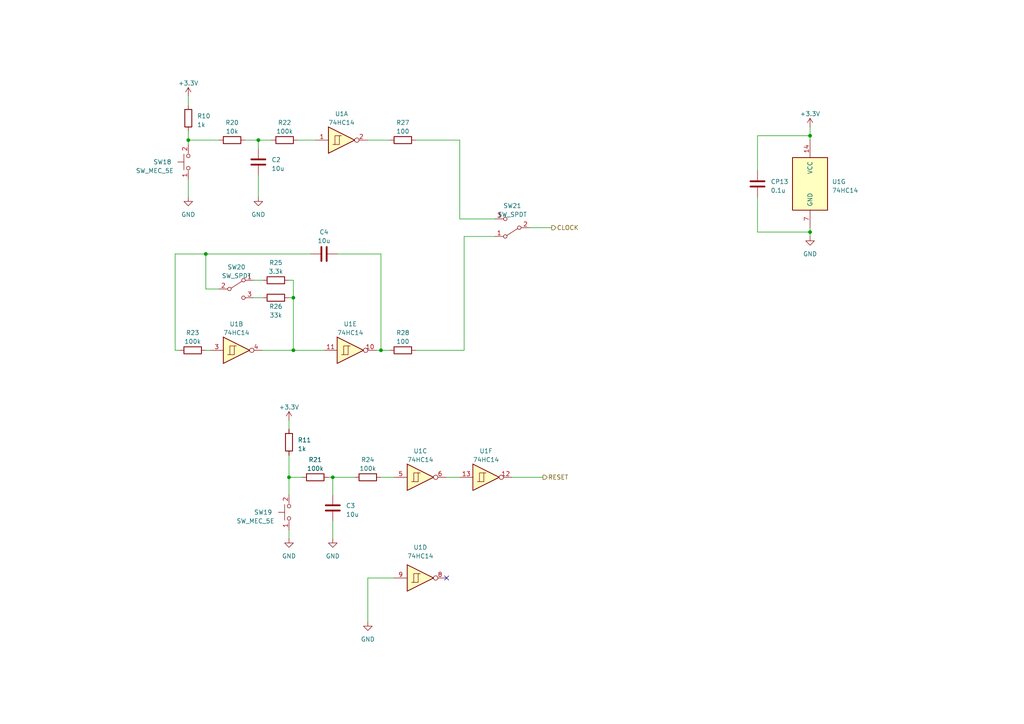
<source format=kicad_sch>
(kicad_sch (version 20230121) (generator eeschema)
  (paper "A4")
  (lib_symbols
    (symbol "74xx:74HC14" (pin_names (offset 1.016))
      (property "Reference" "U" (at 0 1.27 0))
      (property "Value" "74HC14" (at 0 -1.27 0))
      (symbol "74HC14_1_0"
        (polyline (pts (xy -3.81 3.81) (xy -3.81 -3.81) (xy 3.81 0) (xy -3.81 3.81)) (stroke (width 0.254)) (fill (type background)))
        (pin input line (at -7.62 0 0) (length 3.81) (name "~") (number "1"))
        (pin output inverted (at 7.62 0 180) (length 3.81) (name "~") (number "2"))
      )
      (symbol "74HC14_1_1"
        (polyline (pts (xy -1.905 -1.27) (xy -1.905 1.27) (xy -0.635 1.27)))
        (polyline (pts (xy -2.54 -1.27) (xy -0.635 -1.27) (xy -0.635 1.27) (xy 0 1.27)))
      )
      (symbol "74HC14_2_0"
        (polyline (pts (xy -3.81 3.81) (xy -3.81 -3.81) (xy 3.81 0) (xy -3.81 3.81)) (stroke (width 0.254)) (fill (type background)))
        (pin input line (at -7.62 0 0) (length 3.81) (name "~") (number "3"))
        (pin output inverted (at 7.62 0 180) (length 3.81) (name "~") (number "4"))
      )
      (symbol "74HC14_2_1"
        (polyline (pts (xy -1.905 -1.27) (xy -1.905 1.27) (xy -0.635 1.27)))
        (polyline (pts (xy -2.54 -1.27) (xy -0.635 -1.27) (xy -0.635 1.27) (xy 0 1.27)))
      )
      (symbol "74HC14_3_0"
        (polyline (pts (xy -3.81 3.81) (xy -3.81 -3.81) (xy 3.81 0) (xy -3.81 3.81)) (stroke (width 0.254)) (fill (type background)))
        (pin input line (at -7.62 0 0) (length 3.81) (name "~") (number "5"))
        (pin output inverted (at 7.62 0 180) (length 3.81) (name "~") (number "6"))
      )
      (symbol "74HC14_3_1"
        (polyline (pts (xy -1.905 -1.27) (xy -1.905 1.27) (xy -0.635 1.27)))
        (polyline (pts (xy -2.54 -1.27) (xy -0.635 -1.27) (xy -0.635 1.27) (xy 0 1.27)))
      )
      (symbol "74HC14_4_0"
        (polyline (pts (xy -3.81 3.81) (xy -3.81 -3.81) (xy 3.81 0) (xy -3.81 3.81)) (stroke (width 0.254)) (fill (type background)))
        (pin output inverted (at 7.62 0 180) (length 3.81) (name "~") (number "8"))
        (pin input line (at -7.62 0 0) (length 3.81) (name "~") (number "9"))
      )
      (symbol "74HC14_4_1"
        (polyline (pts (xy -1.905 -1.27) (xy -1.905 1.27) (xy -0.635 1.27)))
        (polyline (pts (xy -2.54 -1.27) (xy -0.635 -1.27) (xy -0.635 1.27) (xy 0 1.27)))
      )
      (symbol "74HC14_5_0"
        (polyline (pts (xy -3.81 3.81) (xy -3.81 -3.81) (xy 3.81 0) (xy -3.81 3.81)) (stroke (width 0.254)) (fill (type background)))
        (pin output inverted (at 7.62 0 180) (length 3.81) (name "~") (number "10"))
        (pin input line (at -7.62 0 0) (length 3.81) (name "~") (number "11"))
      )
      (symbol "74HC14_5_1"
        (polyline (pts (xy -1.905 -1.27) (xy -1.905 1.27) (xy -0.635 1.27)))
        (polyline (pts (xy -2.54 -1.27) (xy -0.635 -1.27) (xy -0.635 1.27) (xy 0 1.27)))
      )
      (symbol "74HC14_6_0"
        (polyline (pts (xy -3.81 3.81) (xy -3.81 -3.81) (xy 3.81 0) (xy -3.81 3.81)) (stroke (width 0.254)) (fill (type background)))
        (pin output inverted (at 7.62 0 180) (length 3.81) (name "~") (number "12"))
        (pin input line (at -7.62 0 0) (length 3.81) (name "~") (number "13"))
      )
      (symbol "74HC14_6_1"
        (polyline (pts (xy -1.905 -1.27) (xy -1.905 1.27) (xy -0.635 1.27)))
        (polyline (pts (xy -2.54 -1.27) (xy -0.635 -1.27) (xy -0.635 1.27) (xy 0 1.27)))
      )
      (symbol "74HC14_7_0"
        (pin power_in line (at 0 12.7 270) (length 5.08) (name "VCC") (number "14"))
        (pin power_in line (at 0 -12.7 90) (length 5.08) (name "GND") (number "7"))
      )
      (symbol "74HC14_7_1"
        (rectangle (start -5.08 7.62) (end 5.08 -7.62) (stroke (width 0.254)) (fill (type background)))
      )
    )
    (symbol "Device:C" (pin_numbers hide) (pin_names (offset 0.254))
      (property "Reference" "C" (at 0.635 2.54 0))
      (property "Value" "C" (at 0.635 -2.54 0))
      (symbol "C_0_1"
        (polyline (pts (xy -2.032 -0.762) (xy 2.032 -0.762)) (stroke (width 0.508)))
        (polyline (pts (xy -2.032 0.762) (xy 2.032 0.762)) (stroke (width 0.508)))
      )
      (symbol "C_1_1"
        (pin passive line (at 0 3.81 270) (length 2.794) (name "~") (number "1"))
        (pin passive line (at 0 -3.81 90) (length 2.794) (name "~") (number "2"))
      )
    )
    (symbol "Device:R" (pin_numbers hide) (pin_names (offset 0))
      (property "Reference" "R" (at 2.032 0 90))
      (property "Value" "R" (at 0 0 90))
      (symbol "R_0_1"
        (rectangle (start -1.016 -2.54) (end 1.016 2.54) (stroke (width 0.254)))
      )
      (symbol "R_1_1"
        (pin passive line (at 0 3.81 270) (length 1.27) (name "~") (number "1"))
        (pin passive line (at 0 -3.81 90) (length 1.27) (name "~") (number "2"))
      )
    )
    (symbol "SW_MEC_5E_1" (pin_names (offset 1.016) hide)
      (property "Reference" "SW18" (at -12.7 1.27 90))
      (property "Value" "SW_MEC_5E" (at -17.78 -1.27 90))
      (symbol "SW_MEC_5E_1_0_1"
        (circle (center -1.778 2.54) (radius 0.508))
        (polyline (pts (xy -2.286 3.81) (xy 2.286 3.81)))
        (polyline (pts (xy 0 3.81) (xy 0 5.588)))
        (circle (center 1.778 2.54) (radius 0.508))
        (pin passive line (at -5.08 2.54 0) (length 2.54) (name "1") (number "1"))
      )
      (symbol "SW_MEC_5E_1_1_1"
        (pin passive line (at 5.08 2.54 180) (length 2.54) (name "A") (number "2"))
      )
    )
    (symbol "Switch:SW_SPDT" (pin_names (offset 0) hide)
      (property "Reference" "SW" (at 0 4.318 0))
      (property "Value" "SW_SPDT" (at 0 -5.08 0))
      (symbol "SW_SPDT_0_0"
        (circle (center -2.032 0) (radius 0.508))
        (circle (center 2.032 -2.54) (radius 0.508))
      )
      (symbol "SW_SPDT_0_1"
        (polyline (pts (xy -1.524 0.254) (xy 1.651 2.286)))
        (circle (center 2.032 2.54) (radius 0.508))
      )
      (symbol "SW_SPDT_1_1"
        (pin passive line (at 5.08 2.54 180) (length 2.54) (name "A") (number "1"))
        (pin passive line (at -5.08 0 0) (length 2.54) (name "B") (number "2"))
        (pin passive line (at 5.08 -2.54 180) (length 2.54) (name "C") (number "3"))
      )
    )
    (symbol "power:+3.3V" (power) (pin_names (offset 0))
      (property "Value" "+3.3V" (at 0 3.556 0))
      (symbol "+3.3V_0_1"
        (polyline (pts (xy -0.762 1.27) (xy 0 2.54)))
        (polyline (pts (xy 0 0) (xy 0 2.54)))
        (polyline (pts (xy 0 2.54) (xy 0.762 1.27)))
      )
      (symbol "+3.3V_1_1"
        (pin power_in line (at 0 0 90) (length 0) hide (name "+3.3V") (number "1"))
      )
    )
    (symbol "power:GND" (power) (pin_names (offset 0))
      (property "Value" "GND" (at 0 -3.81 0))
      (symbol "GND_0_1"
        (polyline (pts (xy 0 0) (xy 0 -1.27) (xy 1.27 -1.27) (xy 0 -2.54) (xy -1.27 -1.27) (xy 0 -1.27)))
      )
      (symbol "GND_1_1"
        (pin power_in line (at 0 0 270) (length 0) hide (name "GND") (number "1"))
      )
    )
  )
  (junction (at 234.95 39.37))
  (junction (at 59.69 73.66))
  (junction (at 96.52 138.43))
  (junction (at 110.49 101.6))
  (junction (at 74.93 40.64))
  (junction (at 85.09 86.36))
  (junction (at 234.95 67.31))
  (junction (at 85.09 101.6))
  (junction (at 54.61 40.64))
  (junction (at 83.82 138.43))
  (no_connect (at 129.54 167.64))
  (wire (pts (xy 234.95 66.04) (xy 234.95 67.31)))
  (wire (pts (xy 50.8 73.66) (xy 50.8 101.6)))
  (wire (pts (xy 133.35 63.5) (xy 143.51 63.5)))
  (wire (pts (xy 106.68 40.64) (xy 113.03 40.64)))
  (wire (pts (xy 54.61 52.07) (xy 54.61 57.15)))
  (wire (pts (xy 153.67 66.04) (xy 160.02 66.04)))
  (wire (pts (xy 110.49 138.43) (xy 114.3 138.43)))
  (wire (pts (xy 86.36 40.64) (xy 91.44 40.64)))
  (wire (pts (xy 133.35 40.64) (xy 133.35 63.5)))
  (wire (pts (xy 74.93 40.64) (xy 78.74 40.64)))
  (wire (pts (xy 59.69 83.82) (xy 59.69 73.66)))
  (wire (pts (xy 106.68 180.34) (xy 106.68 167.64)))
  (wire (pts (xy 219.71 57.15) (xy 219.71 67.31)))
  (wire (pts (xy 234.95 39.37) (xy 234.95 40.64)))
  (wire (pts (xy 120.65 40.64) (xy 133.35 40.64)))
  (wire (pts (xy 73.66 86.36) (xy 76.2 86.36)))
  (wire (pts (xy 90.17 73.66) (xy 59.69 73.66)))
  (wire (pts (xy 87.63 138.43) (xy 83.82 138.43)))
  (wire (pts (xy 134.62 101.6) (xy 134.62 68.58)))
  (wire (pts (xy 120.65 101.6) (xy 134.62 101.6)))
  (wire (pts (xy 54.61 38.1) (xy 54.61 40.64)))
  (wire (pts (xy 74.93 50.8) (xy 74.93 57.15)))
  (wire (pts (xy 74.93 40.64) (xy 74.93 43.18)))
  (wire (pts (xy 96.52 143.51) (xy 96.52 138.43)))
  (wire (pts (xy 83.82 153.67) (xy 83.82 156.21)))
  (wire (pts (xy 95.25 138.43) (xy 96.52 138.43)))
  (wire (pts (xy 52.07 101.6) (xy 50.8 101.6)))
  (wire (pts (xy 106.68 167.64) (xy 114.3 167.64)))
  (wire (pts (xy 71.12 40.64) (xy 74.93 40.64)))
  (wire (pts (xy 134.62 68.58) (xy 143.51 68.58)))
  (wire (pts (xy 73.66 81.28) (xy 76.2 81.28)))
  (wire (pts (xy 219.71 39.37) (xy 234.95 39.37)))
  (wire (pts (xy 76.2 101.6) (xy 85.09 101.6)))
  (wire (pts (xy 54.61 27.94) (xy 54.61 30.48)))
  (wire (pts (xy 96.52 151.13) (xy 96.52 156.21)))
  (wire (pts (xy 109.22 101.6) (xy 110.49 101.6)))
  (wire (pts (xy 63.5 83.82) (xy 59.69 83.82)))
  (wire (pts (xy 110.49 101.6) (xy 113.03 101.6)))
  (wire (pts (xy 59.69 73.66) (xy 50.8 73.66)))
  (wire (pts (xy 234.95 67.31) (xy 234.95 68.58)))
  (wire (pts (xy 129.54 138.43) (xy 133.35 138.43)))
  (wire (pts (xy 148.59 138.43) (xy 157.48 138.43)))
  (wire (pts (xy 97.79 73.66) (xy 110.49 73.66)))
  (wire (pts (xy 219.71 49.53) (xy 219.71 39.37)))
  (wire (pts (xy 54.61 40.64) (xy 63.5 40.64)))
  (wire (pts (xy 54.61 40.64) (xy 54.61 41.91)))
  (wire (pts (xy 219.71 67.31) (xy 234.95 67.31)))
  (wire (pts (xy 85.09 81.28) (xy 85.09 86.36)))
  (wire (pts (xy 59.69 101.6) (xy 60.96 101.6)))
  (wire (pts (xy 83.82 132.08) (xy 83.82 138.43)))
  (wire (pts (xy 85.09 86.36) (xy 85.09 101.6)))
  (wire (pts (xy 110.49 73.66) (xy 110.49 101.6)))
  (wire (pts (xy 83.82 121.92) (xy 83.82 124.46)))
  (wire (pts (xy 96.52 138.43) (xy 102.87 138.43)))
  (wire (pts (xy 234.95 36.83) (xy 234.95 39.37)))
  (wire (pts (xy 83.82 86.36) (xy 85.09 86.36)))
  (wire (pts (xy 83.82 81.28) (xy 85.09 81.28)))
  (wire (pts (xy 83.82 138.43) (xy 83.82 143.51)))
  (wire (pts (xy 85.09 101.6) (xy 93.98 101.6)))
  (hierarchical_label "RESET" (shape output) (at 157.48 138.43 0))
  (hierarchical_label "CLOCK" (shape output) (at 160.02 66.04 0))
  (symbol (lib_id "power:GND") (at 74.93 57.15 0) (unit 1)
    (property "Reference" "#PWR04" (effects hide))
    (property "Value" "GND" (at 74.93 62.23 0))
    (instances (project "td4" (path "" (reference "#PWR04") (unit 1)) (path "" (reference "#PWR012") (unit 1))))
  )
  (symbol (lib_id "Device:R") (at 54.61 34.29 0) (unit 1)
    (property "Reference" "R10" (at 57.15 33.655 0) (effects (justify left)))
    (property "Value" "1k" (at 57.15 36.195 0) (effects (justify left)))
    (property "Footprint" "Resistor_THT:R_Axial_DIN0207_L6.3mm_D2.5mm_P10.16mm_Horizontal" (effects hide))
  )
  (symbol (lib_id "Switch:SW_SPDT") (at 68.58 83.82 0) (unit 1)
    (property "Reference" "SW20" (at 68.58 77.47 0))
    (property "Value" "SW_SPDT" (at 68.58 80.01 0))
    (property "Footprint" "Switch:Toggle_Switch" (effects hide))
  )
  (symbol (lib_id "Device:R") (at 91.44 138.43 90) (unit 1)
    (property "Reference" "R21" (at 91.44 133.35 90))
    (property "Value" "100k" (at 91.44 135.89 90))
    (property "Footprint" "Resistor_THT:R_Axial_DIN0207_L6.3mm_D2.5mm_P10.16mm_Horizontal" (effects hide))
  )
  (symbol (lib_id "power:GND") (at 234.95 68.58 0) (unit 1)
    (property "Reference" "#PWR03" (effects hide))
    (property "Value" "GND" (at 234.95 73.66 0))
    (instances (project "td4" (path "" (reference "#PWR03") (unit 1)) (path "" (reference "#PWR018") (unit 1))))
  )
  (symbol (lib_id "74xx:74HC14") (at 68.58 101.6 0) (unit 2)
    (property "Reference" "U1" (at 68.58 93.98 0))
    (property "Value" "74HC14" (at 68.58 96.52 0))
    (property "Footprint" "Package_DIP:DIP-14_W7.62mm" (effects hide))
    (property "Datasheet" "http://www.ti.com/lit/gpn/sn74HC14" (effects hide))
    (instances (project "td4" (path "" (reference "U1") (unit 2)) (path "" (reference "U13") (unit 2))))
  )
  (symbol (lib_id "power:+3.3V") (at 54.61 27.94 0) (unit 1)
    (property "Reference" "#PWR03" (effects hide))
    (property "Value" "+3.3V" (at 54.61 24.13 0))
  )
  (symbol (lib_id "74xx:74HC14") (at 140.97 138.43 0) (unit 6)
    (property "Reference" "U1" (at 140.97 130.81 0))
    (property "Value" "74HC14" (at 140.97 133.35 0))
    (property "Footprint" "Package_DIP:DIP-14_W7.62mm" (effects hide))
    (property "Datasheet" "http://www.ti.com/lit/gpn/sn74HC14" (effects hide))
    (instances (project "td4" (path "" (reference "U1") (unit 6)) (path "" (reference "U13") (unit 6))))
  )
  (symbol (lib_id "Device:R") (at 116.84 101.6 90) (unit 1)
    (property "Reference" "R28" (at 116.84 96.52 90))
    (property "Value" "100" (at 116.84 99.06 90))
    (property "Footprint" "Resistor_THT:R_Axial_DIN0207_L6.3mm_D2.5mm_P10.16mm_Horizontal" (effects hide))
  )
  (symbol (lib_id "Device:R") (at 80.01 86.36 90) (unit 1)
    (property "Reference" "R26" (at 80.01 88.9 90))
    (property "Value" "33k" (at 80.01 91.44 90))
    (property "Footprint" "Resistor_THT:R_Axial_DIN0207_L6.3mm_D2.5mm_P10.16mm_Horizontal" (effects hide))
  )
  (symbol (lib_id "74xx:74HC14") (at 121.92 167.64 0) (unit 4)
    (property "Reference" "U1" (at 121.92 158.75 0))
    (property "Value" "74HC14" (at 121.92 161.29 0))
    (property "Footprint" "Package_DIP:DIP-14_W7.62mm" (effects hide))
    (property "Datasheet" "http://www.ti.com/lit/gpn/sn74HC14" (effects hide))
    (instances (project "td4" (path "" (reference "U1") (unit 4)) (path "" (reference "U13") (unit 4))))
  )
  (symbol (lib_id "power:GND") (at 83.82 156.21 0) (unit 1)
    (property "Reference" "#PWR01" (effects hide))
    (property "Value" "GND" (at 83.82 161.29 0))
    (instances (project "td4" (path "" (reference "#PWR01") (unit 1)) (path "" (reference "#PWR014") (unit 1))))
  )
  (symbol (lib_id "Device:R") (at 55.88 101.6 90) (unit 1)
    (property "Reference" "R23" (at 55.88 96.52 90))
    (property "Value" "100k" (at 55.88 99.06 90))
    (property "Footprint" "Resistor_THT:R_Axial_DIN0207_L6.3mm_D2.5mm_P10.16mm_Horizontal" (effects hide))
  )
  (symbol (lib_id "Device:R") (at 83.82 128.27 0) (unit 1)
    (property "Reference" "R11" (at 86.36 127.635 0) (effects (justify left)))
    (property "Value" "1k" (at 86.36 130.175 0) (effects (justify left)))
    (property "Footprint" "Resistor_THT:R_Axial_DIN0207_L6.3mm_D2.5mm_P10.16mm_Horizontal" (effects hide))
  )
  (symbol (lib_id "Device:C") (at 219.71 53.34 0) (unit 1)
    (property "Reference" "CP13" (at 223.52 52.705 0) (effects (justify left)))
    (property "Value" "0.1u" (at 223.52 55.245 0) (effects (justify left)))
    (property "Footprint" "Capacitor_THT:C_Disc_D3.0mm_W1.6mm_P2.50mm" (effects hide))
  )
  (symbol (lib_id "74xx:74HC14") (at 234.95 53.34 0) (unit 7)
    (property "Reference" "U1" (at 241.3 52.705 0) (effects (justify left)))
    (property "Value" "74HC14" (at 241.3 55.245 0) (effects (justify left)))
    (property "Footprint" "Package_DIP:DIP-14_W7.62mm" (effects hide))
    (property "Datasheet" "http://www.ti.com/lit/gpn/sn74HC14" (effects hide))
    (instances (project "td4" (path "" (reference "U1") (unit 7)) (path "" (reference "U13") (unit 7))))
  )
  (symbol (lib_id "power:GND") (at 106.68 180.34 0) (unit 1)
    (property "Reference" "#PWR06" (effects hide))
    (property "Value" "GND" (at 106.68 185.42 0))
    (instances (project "td4" (path "" (reference "#PWR06") (unit 1)) (path "" (reference "#PWR016") (unit 1))))
  )
  (symbol (lib_name "SW_MEC_5E_1") (lib_id "Switch:SW_MEC_5E") (at 57.15 46.99 90) (unit 1)
    (property "Reference" "SW18" (at 44.45 46.99 90) (effects (justify right)))
    (property "Value" "SW_MEC_5E" (at 39.37 49.53 90) (effects (justify right)))
    (property "Footprint" "Button_Switch_THT:SW_Tactile_Straight_KSL0Axx1LFTR" (effects hide))
    (property "Datasheet" "http://www.apem.com/int/index.php?controller=attachment&id_attachment=1371" (effects hide))
  )
  (symbol (lib_id "74xx:74HC14") (at 101.6 101.6 0) (unit 5)
    (property "Reference" "U1" (at 101.6 93.98 0))
    (property "Value" "74HC14" (at 101.6 96.52 0))
    (property "Footprint" "Package_DIP:DIP-14_W7.62mm" (effects hide))
    (property "Datasheet" "http://www.ti.com/lit/gpn/sn74HC14" (effects hide))
    (instances (project "td4" (path "" (reference "U1") (unit 5)) (path "" (reference "U13") (unit 5))))
  )
  (symbol (lib_id "Device:R") (at 106.68 138.43 90) (unit 1)
    (property "Reference" "R24" (at 106.68 133.35 90))
    (property "Value" "100k" (at 106.68 135.89 90))
    (property "Footprint" "Resistor_THT:R_Axial_DIN0207_L6.3mm_D2.5mm_P10.16mm_Horizontal" (effects hide))
  )
  (symbol (lib_id "Device:C") (at 96.52 147.32 0) (unit 1)
    (property "Reference" "C3" (at 100.33 146.685 0) (effects (justify left)))
    (property "Value" "10u" (at 100.33 149.225 0) (effects (justify left)))
    (property "Footprint" "Capacitor_THT:CP_Radial_D5.0mm_P2.00mm" (effects hide))
  )
  (symbol (lib_id "Device:C") (at 93.98 73.66 90) (unit 1)
    (property "Reference" "C4" (at 93.98 67.31 90))
    (property "Value" "10u" (at 93.98 69.85 90))
    (property "Footprint" "Capacitor_THT:CP_Radial_D5.0mm_P2.00mm" (effects hide))
  )
  (symbol (lib_id "power:+3.3V") (at 234.95 36.83 0) (unit 1)
    (property "Reference" "#PWR04" (effects hide))
    (property "Value" "+3.3V" (at 234.95 33.02 0))
  )
  (symbol (lib_id "Switch:SW_SPDT") (at 148.59 66.04 180) (unit 1)
    (property "Reference" "SW21" (at 148.59 59.69 0))
    (property "Value" "SW_SPDT" (at 148.59 62.23 0))
    (property "Footprint" "Switch:Toggle_Switch" (effects hide))
  )
  (symbol (lib_id "Device:R") (at 67.31 40.64 270) (unit 1)
    (property "Reference" "R20" (at 67.31 35.56 90))
    (property "Value" "10k" (at 67.31 38.1 90))
    (property "Footprint" "Resistor_THT:R_Axial_DIN0207_L6.3mm_D2.5mm_P10.16mm_Horizontal" (effects hide))
  )
  (symbol (lib_id "Device:R") (at 82.55 40.64 90) (unit 1)
    (property "Reference" "R22" (at 82.55 35.56 90))
    (property "Value" "100k" (at 82.55 38.1 90))
    (property "Footprint" "Resistor_THT:R_Axial_DIN0207_L6.3mm_D2.5mm_P10.16mm_Horizontal" (effects hide))
  )
  (symbol (lib_id "Device:C") (at 74.93 46.99 0) (unit 1)
    (property "Reference" "C2" (at 78.74 46.355 0) (effects (justify left)))
    (property "Value" "10u" (at 78.74 48.895 0) (effects (justify left)))
    (property "Footprint" "Capacitor_THT:CP_Radial_D5.0mm_P2.00mm" (effects hide))
  )
  (symbol (lib_id "Device:R") (at 116.84 40.64 90) (unit 1)
    (property "Reference" "R27" (at 116.84 35.56 90))
    (property "Value" "100" (at 116.84 38.1 90))
    (property "Footprint" "Resistor_THT:R_Axial_DIN0207_L6.3mm_D2.5mm_P10.16mm_Horizontal" (effects hide))
  )
  (symbol (lib_id "power:+3.3V") (at 83.82 121.92 0) (unit 1)
    (property "Reference" "#PWR06" (effects hide))
    (property "Value" "+3.3V" (at 83.82 118.11 0))
  )
  (symbol (lib_id "power:GND") (at 54.61 57.15 0) (unit 1)
    (property "Reference" "#PWR05" (effects hide))
    (property "Value" "GND" (at 54.61 62.23 0))
    (instances (project "td4" (path "" (reference "#PWR05") (unit 1)) (path "" (reference "#PWR011") (unit 1))))
  )
  (symbol (lib_id "Device:R") (at 80.01 81.28 90) (unit 1)
    (property "Reference" "R25" (at 80.01 76.2 90))
    (property "Value" "3.3k" (at 80.01 78.74 90))
    (property "Footprint" "Resistor_THT:R_Axial_DIN0207_L6.3mm_D2.5mm_P10.16mm_Horizontal" (effects hide))
  )
  (symbol (lib_id "74xx:74HC14") (at 121.92 138.43 0) (unit 3)
    (property "Reference" "U1" (at 121.92 130.81 0))
    (property "Value" "74HC14" (at 121.92 133.35 0))
    (property "Footprint" "Package_DIP:DIP-14_W7.62mm" (effects hide))
    (property "Datasheet" "http://www.ti.com/lit/gpn/sn74HC14" (effects hide))
    (instances (project "td4" (path "" (reference "U1") (unit 3)) (path "" (reference "U13") (unit 3))))
  )
  (symbol (lib_id "74xx:74HC14") (at 99.06 40.64 0) (unit 1)
    (property "Reference" "U1" (at 99.06 33.02 0))
    (property "Value" "74HC14" (at 99.06 35.56 0))
    (property "Footprint" "Package_DIP:DIP-14_W7.62mm" (effects hide))
    (property "Datasheet" "http://www.ti.com/lit/gpn/sn74HC14" (effects hide))
    (instances (project "td4" (path "" (reference "U1") (unit 1)) (path "" (reference "U13") (unit 1))))
  )
  (symbol (lib_id "power:GND") (at 96.52 156.21 0) (unit 1)
    (property "Reference" "#PWR02" (effects hide))
    (property "Value" "GND" (at 96.52 161.29 0))
    (instances (project "td4" (path "" (reference "#PWR02") (unit 1)) (path "" (reference "#PWR015") (unit 1))))
  )
  (symbol (lib_name "SW_MEC_5E_1") (lib_id "Switch:SW_MEC_5E") (at 86.36 148.59 90) (unit 1)
    (property "Reference" "SW19" (at 73.66 148.59 90) (effects (justify right)))
    (property "Value" "SW_MEC_5E" (at 68.58 151.13 90) (effects (justify right)))
    (property "Footprint" "Button_Switch_THT:SW_Tactile_Straight_KSL0Axx1LFTR" (effects hide))
    (property "Datasheet" "http://www.apem.com/int/index.php?controller=attachment&id_attachment=1371" (effects hide))
  )
)
</source>
